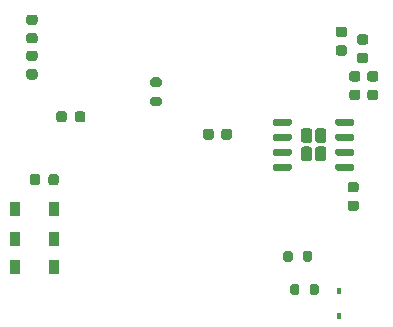
<source format=gbr>
G04 #@! TF.GenerationSoftware,KiCad,Pcbnew,5.1.8-1.fc33*
G04 #@! TF.CreationDate,2020-12-20T15:22:41+01:00*
G04 #@! TF.ProjectId,venom,76656e6f-6d2e-46b6-9963-61645f706362,rev?*
G04 #@! TF.SameCoordinates,Original*
G04 #@! TF.FileFunction,Paste,Bot*
G04 #@! TF.FilePolarity,Positive*
%FSLAX46Y46*%
G04 Gerber Fmt 4.6, Leading zero omitted, Abs format (unit mm)*
G04 Created by KiCad (PCBNEW 5.1.8-1.fc33) date 2020-12-20 15:22:41*
%MOMM*%
%LPD*%
G01*
G04 APERTURE LIST*
%ADD10R,0.900000X1.200000*%
%ADD11R,0.450000X0.600000*%
G04 APERTURE END LIST*
G36*
G01*
X147825000Y-118336250D02*
X147825000Y-117823750D01*
G75*
G02*
X148043750Y-117605000I218750J0D01*
G01*
X148481250Y-117605000D01*
G75*
G02*
X148700000Y-117823750I0J-218750D01*
G01*
X148700000Y-118336250D01*
G75*
G02*
X148481250Y-118555000I-218750J0D01*
G01*
X148043750Y-118555000D01*
G75*
G02*
X147825000Y-118336250I0J218750D01*
G01*
G37*
G36*
G01*
X149400000Y-118336250D02*
X149400000Y-117823750D01*
G75*
G02*
X149618750Y-117605000I218750J0D01*
G01*
X150056250Y-117605000D01*
G75*
G02*
X150275000Y-117823750I0J-218750D01*
G01*
X150275000Y-118336250D01*
G75*
G02*
X150056250Y-118555000I-218750J0D01*
G01*
X149618750Y-118555000D01*
G75*
G02*
X149400000Y-118336250I0J218750D01*
G01*
G37*
D10*
X146540000Y-123070000D03*
X149840000Y-123070000D03*
X146540000Y-125450000D03*
X149840000Y-125450000D03*
X146550000Y-120560000D03*
X149850000Y-120560000D03*
G36*
G01*
X147743750Y-105670000D02*
X148256250Y-105670000D01*
G75*
G02*
X148475000Y-105888750I0J-218750D01*
G01*
X148475000Y-106326250D01*
G75*
G02*
X148256250Y-106545000I-218750J0D01*
G01*
X147743750Y-106545000D01*
G75*
G02*
X147525000Y-106326250I0J218750D01*
G01*
X147525000Y-105888750D01*
G75*
G02*
X147743750Y-105670000I218750J0D01*
G01*
G37*
G36*
G01*
X147743750Y-104095000D02*
X148256250Y-104095000D01*
G75*
G02*
X148475000Y-104313750I0J-218750D01*
G01*
X148475000Y-104751250D01*
G75*
G02*
X148256250Y-104970000I-218750J0D01*
G01*
X147743750Y-104970000D01*
G75*
G02*
X147525000Y-104751250I0J218750D01*
G01*
X147525000Y-104313750D01*
G75*
G02*
X147743750Y-104095000I218750J0D01*
G01*
G37*
G36*
G01*
X147743750Y-107155000D02*
X148256250Y-107155000D01*
G75*
G02*
X148475000Y-107373750I0J-218750D01*
G01*
X148475000Y-107811250D01*
G75*
G02*
X148256250Y-108030000I-218750J0D01*
G01*
X147743750Y-108030000D01*
G75*
G02*
X147525000Y-107811250I0J218750D01*
G01*
X147525000Y-107373750D01*
G75*
G02*
X147743750Y-107155000I218750J0D01*
G01*
G37*
G36*
G01*
X147743750Y-108730000D02*
X148256250Y-108730000D01*
G75*
G02*
X148475000Y-108948750I0J-218750D01*
G01*
X148475000Y-109386250D01*
G75*
G02*
X148256250Y-109605000I-218750J0D01*
G01*
X147743750Y-109605000D01*
G75*
G02*
X147525000Y-109386250I0J218750D01*
G01*
X147525000Y-108948750D01*
G75*
G02*
X147743750Y-108730000I218750J0D01*
G01*
G37*
G36*
G01*
X175083750Y-108895000D02*
X175596250Y-108895000D01*
G75*
G02*
X175815000Y-109113750I0J-218750D01*
G01*
X175815000Y-109551250D01*
G75*
G02*
X175596250Y-109770000I-218750J0D01*
G01*
X175083750Y-109770000D01*
G75*
G02*
X174865000Y-109551250I0J218750D01*
G01*
X174865000Y-109113750D01*
G75*
G02*
X175083750Y-108895000I218750J0D01*
G01*
G37*
G36*
G01*
X175083750Y-110470000D02*
X175596250Y-110470000D01*
G75*
G02*
X175815000Y-110688750I0J-218750D01*
G01*
X175815000Y-111126250D01*
G75*
G02*
X175596250Y-111345000I-218750J0D01*
G01*
X175083750Y-111345000D01*
G75*
G02*
X174865000Y-111126250I0J218750D01*
G01*
X174865000Y-110688750D01*
G75*
G02*
X175083750Y-110470000I218750J0D01*
G01*
G37*
G36*
G01*
X176603750Y-110470000D02*
X177116250Y-110470000D01*
G75*
G02*
X177335000Y-110688750I0J-218750D01*
G01*
X177335000Y-111126250D01*
G75*
G02*
X177116250Y-111345000I-218750J0D01*
G01*
X176603750Y-111345000D01*
G75*
G02*
X176385000Y-111126250I0J218750D01*
G01*
X176385000Y-110688750D01*
G75*
G02*
X176603750Y-110470000I218750J0D01*
G01*
G37*
G36*
G01*
X176603750Y-108895000D02*
X177116250Y-108895000D01*
G75*
G02*
X177335000Y-109113750I0J-218750D01*
G01*
X177335000Y-109551250D01*
G75*
G02*
X177116250Y-109770000I-218750J0D01*
G01*
X176603750Y-109770000D01*
G75*
G02*
X176385000Y-109551250I0J218750D01*
G01*
X176385000Y-109113750D01*
G75*
G02*
X176603750Y-108895000I218750J0D01*
G01*
G37*
G36*
G01*
X170765000Y-116277500D02*
X170765000Y-115512500D01*
G75*
G02*
X171007500Y-115270000I242500J0D01*
G01*
X171492500Y-115270000D01*
G75*
G02*
X171735000Y-115512500I0J-242500D01*
G01*
X171735000Y-116277500D01*
G75*
G02*
X171492500Y-116520000I-242500J0D01*
G01*
X171007500Y-116520000D01*
G75*
G02*
X170765000Y-116277500I0J242500D01*
G01*
G37*
G36*
G01*
X170765000Y-114727500D02*
X170765000Y-113962500D01*
G75*
G02*
X171007500Y-113720000I242500J0D01*
G01*
X171492500Y-113720000D01*
G75*
G02*
X171735000Y-113962500I0J-242500D01*
G01*
X171735000Y-114727500D01*
G75*
G02*
X171492500Y-114970000I-242500J0D01*
G01*
X171007500Y-114970000D01*
G75*
G02*
X170765000Y-114727500I0J242500D01*
G01*
G37*
G36*
G01*
X171965000Y-116277500D02*
X171965000Y-115512500D01*
G75*
G02*
X172207500Y-115270000I242500J0D01*
G01*
X172692500Y-115270000D01*
G75*
G02*
X172935000Y-115512500I0J-242500D01*
G01*
X172935000Y-116277500D01*
G75*
G02*
X172692500Y-116520000I-242500J0D01*
G01*
X172207500Y-116520000D01*
G75*
G02*
X171965000Y-116277500I0J242500D01*
G01*
G37*
G36*
G01*
X171965000Y-114727500D02*
X171965000Y-113962500D01*
G75*
G02*
X172207500Y-113720000I242500J0D01*
G01*
X172692500Y-113720000D01*
G75*
G02*
X172935000Y-113962500I0J-242500D01*
G01*
X172935000Y-114727500D01*
G75*
G02*
X172692500Y-114970000I-242500J0D01*
G01*
X172207500Y-114970000D01*
G75*
G02*
X171965000Y-114727500I0J242500D01*
G01*
G37*
G36*
G01*
X168400000Y-117175000D02*
X168400000Y-116875000D01*
G75*
G02*
X168550000Y-116725000I150000J0D01*
G01*
X169850000Y-116725000D01*
G75*
G02*
X170000000Y-116875000I0J-150000D01*
G01*
X170000000Y-117175000D01*
G75*
G02*
X169850000Y-117325000I-150000J0D01*
G01*
X168550000Y-117325000D01*
G75*
G02*
X168400000Y-117175000I0J150000D01*
G01*
G37*
G36*
G01*
X168400000Y-115905000D02*
X168400000Y-115605000D01*
G75*
G02*
X168550000Y-115455000I150000J0D01*
G01*
X169850000Y-115455000D01*
G75*
G02*
X170000000Y-115605000I0J-150000D01*
G01*
X170000000Y-115905000D01*
G75*
G02*
X169850000Y-116055000I-150000J0D01*
G01*
X168550000Y-116055000D01*
G75*
G02*
X168400000Y-115905000I0J150000D01*
G01*
G37*
G36*
G01*
X168400000Y-114635000D02*
X168400000Y-114335000D01*
G75*
G02*
X168550000Y-114185000I150000J0D01*
G01*
X169850000Y-114185000D01*
G75*
G02*
X170000000Y-114335000I0J-150000D01*
G01*
X170000000Y-114635000D01*
G75*
G02*
X169850000Y-114785000I-150000J0D01*
G01*
X168550000Y-114785000D01*
G75*
G02*
X168400000Y-114635000I0J150000D01*
G01*
G37*
G36*
G01*
X168400000Y-113365000D02*
X168400000Y-113065000D01*
G75*
G02*
X168550000Y-112915000I150000J0D01*
G01*
X169850000Y-112915000D01*
G75*
G02*
X170000000Y-113065000I0J-150000D01*
G01*
X170000000Y-113365000D01*
G75*
G02*
X169850000Y-113515000I-150000J0D01*
G01*
X168550000Y-113515000D01*
G75*
G02*
X168400000Y-113365000I0J150000D01*
G01*
G37*
G36*
G01*
X173700000Y-113365000D02*
X173700000Y-113065000D01*
G75*
G02*
X173850000Y-112915000I150000J0D01*
G01*
X175150000Y-112915000D01*
G75*
G02*
X175300000Y-113065000I0J-150000D01*
G01*
X175300000Y-113365000D01*
G75*
G02*
X175150000Y-113515000I-150000J0D01*
G01*
X173850000Y-113515000D01*
G75*
G02*
X173700000Y-113365000I0J150000D01*
G01*
G37*
G36*
G01*
X173700000Y-114635000D02*
X173700000Y-114335000D01*
G75*
G02*
X173850000Y-114185000I150000J0D01*
G01*
X175150000Y-114185000D01*
G75*
G02*
X175300000Y-114335000I0J-150000D01*
G01*
X175300000Y-114635000D01*
G75*
G02*
X175150000Y-114785000I-150000J0D01*
G01*
X173850000Y-114785000D01*
G75*
G02*
X173700000Y-114635000I0J150000D01*
G01*
G37*
G36*
G01*
X173700000Y-115905000D02*
X173700000Y-115605000D01*
G75*
G02*
X173850000Y-115455000I150000J0D01*
G01*
X175150000Y-115455000D01*
G75*
G02*
X175300000Y-115605000I0J-150000D01*
G01*
X175300000Y-115905000D01*
G75*
G02*
X175150000Y-116055000I-150000J0D01*
G01*
X173850000Y-116055000D01*
G75*
G02*
X173700000Y-115905000I0J150000D01*
G01*
G37*
G36*
G01*
X173700000Y-117175000D02*
X173700000Y-116875000D01*
G75*
G02*
X173850000Y-116725000I150000J0D01*
G01*
X175150000Y-116725000D01*
G75*
G02*
X175300000Y-116875000I0J-150000D01*
G01*
X175300000Y-117175000D01*
G75*
G02*
X175150000Y-117325000I-150000J0D01*
G01*
X173850000Y-117325000D01*
G75*
G02*
X173700000Y-117175000I0J150000D01*
G01*
G37*
G36*
G01*
X174943750Y-118275000D02*
X175456250Y-118275000D01*
G75*
G02*
X175675000Y-118493750I0J-218750D01*
G01*
X175675000Y-118931250D01*
G75*
G02*
X175456250Y-119150000I-218750J0D01*
G01*
X174943750Y-119150000D01*
G75*
G02*
X174725000Y-118931250I0J218750D01*
G01*
X174725000Y-118493750D01*
G75*
G02*
X174943750Y-118275000I218750J0D01*
G01*
G37*
G36*
G01*
X174943750Y-119850000D02*
X175456250Y-119850000D01*
G75*
G02*
X175675000Y-120068750I0J-218750D01*
G01*
X175675000Y-120506250D01*
G75*
G02*
X175456250Y-120725000I-218750J0D01*
G01*
X174943750Y-120725000D01*
G75*
G02*
X174725000Y-120506250I0J218750D01*
G01*
X174725000Y-120068750D01*
G75*
G02*
X174943750Y-119850000I218750J0D01*
G01*
G37*
G36*
G01*
X174456250Y-106000000D02*
X173943750Y-106000000D01*
G75*
G02*
X173725000Y-105781250I0J218750D01*
G01*
X173725000Y-105343750D01*
G75*
G02*
X173943750Y-105125000I218750J0D01*
G01*
X174456250Y-105125000D01*
G75*
G02*
X174675000Y-105343750I0J-218750D01*
G01*
X174675000Y-105781250D01*
G75*
G02*
X174456250Y-106000000I-218750J0D01*
G01*
G37*
G36*
G01*
X174456250Y-107575000D02*
X173943750Y-107575000D01*
G75*
G02*
X173725000Y-107356250I0J218750D01*
G01*
X173725000Y-106918750D01*
G75*
G02*
X173943750Y-106700000I218750J0D01*
G01*
X174456250Y-106700000D01*
G75*
G02*
X174675000Y-106918750I0J-218750D01*
G01*
X174675000Y-107356250D01*
G75*
G02*
X174456250Y-107575000I-218750J0D01*
G01*
G37*
G36*
G01*
X176256250Y-108225000D02*
X175743750Y-108225000D01*
G75*
G02*
X175525000Y-108006250I0J218750D01*
G01*
X175525000Y-107568750D01*
G75*
G02*
X175743750Y-107350000I218750J0D01*
G01*
X176256250Y-107350000D01*
G75*
G02*
X176475000Y-107568750I0J-218750D01*
G01*
X176475000Y-108006250D01*
G75*
G02*
X176256250Y-108225000I-218750J0D01*
G01*
G37*
G36*
G01*
X176256250Y-106650000D02*
X175743750Y-106650000D01*
G75*
G02*
X175525000Y-106431250I0J218750D01*
G01*
X175525000Y-105993750D01*
G75*
G02*
X175743750Y-105775000I218750J0D01*
G01*
X176256250Y-105775000D01*
G75*
G02*
X176475000Y-105993750I0J-218750D01*
G01*
X176475000Y-106431250D01*
G75*
G02*
X176256250Y-106650000I-218750J0D01*
G01*
G37*
G36*
G01*
X152515000Y-112503750D02*
X152515000Y-113016250D01*
G75*
G02*
X152296250Y-113235000I-218750J0D01*
G01*
X151858750Y-113235000D01*
G75*
G02*
X151640000Y-113016250I0J218750D01*
G01*
X151640000Y-112503750D01*
G75*
G02*
X151858750Y-112285000I218750J0D01*
G01*
X152296250Y-112285000D01*
G75*
G02*
X152515000Y-112503750I0J-218750D01*
G01*
G37*
G36*
G01*
X150940000Y-112503750D02*
X150940000Y-113016250D01*
G75*
G02*
X150721250Y-113235000I-218750J0D01*
G01*
X150283750Y-113235000D01*
G75*
G02*
X150065000Y-113016250I0J218750D01*
G01*
X150065000Y-112503750D01*
G75*
G02*
X150283750Y-112285000I218750J0D01*
G01*
X150721250Y-112285000D01*
G75*
G02*
X150940000Y-112503750I0J-218750D01*
G01*
G37*
G36*
G01*
X162485620Y-114489040D02*
X162485620Y-113989040D01*
G75*
G02*
X162710620Y-113764040I225000J0D01*
G01*
X163160620Y-113764040D01*
G75*
G02*
X163385620Y-113989040I0J-225000D01*
G01*
X163385620Y-114489040D01*
G75*
G02*
X163160620Y-114714040I-225000J0D01*
G01*
X162710620Y-114714040D01*
G75*
G02*
X162485620Y-114489040I0J225000D01*
G01*
G37*
G36*
G01*
X164035620Y-114489040D02*
X164035620Y-113989040D01*
G75*
G02*
X164260620Y-113764040I225000J0D01*
G01*
X164710620Y-113764040D01*
G75*
G02*
X164935620Y-113989040I0J-225000D01*
G01*
X164935620Y-114489040D01*
G75*
G02*
X164710620Y-114714040I-225000J0D01*
G01*
X164260620Y-114714040D01*
G75*
G02*
X164035620Y-114489040I0J225000D01*
G01*
G37*
D11*
X173982380Y-127491780D03*
X173982380Y-129591780D03*
G36*
G01*
X170654160Y-127088220D02*
X170654160Y-127638220D01*
G75*
G02*
X170454160Y-127838220I-200000J0D01*
G01*
X170054160Y-127838220D01*
G75*
G02*
X169854160Y-127638220I0J200000D01*
G01*
X169854160Y-127088220D01*
G75*
G02*
X170054160Y-126888220I200000J0D01*
G01*
X170454160Y-126888220D01*
G75*
G02*
X170654160Y-127088220I0J-200000D01*
G01*
G37*
G36*
G01*
X172304160Y-127088220D02*
X172304160Y-127638220D01*
G75*
G02*
X172104160Y-127838220I-200000J0D01*
G01*
X171704160Y-127838220D01*
G75*
G02*
X171504160Y-127638220I0J200000D01*
G01*
X171504160Y-127088220D01*
G75*
G02*
X171704160Y-126888220I200000J0D01*
G01*
X172104160Y-126888220D01*
G75*
G02*
X172304160Y-127088220I0J-200000D01*
G01*
G37*
G36*
G01*
X169269960Y-124834060D02*
X169269960Y-124284060D01*
G75*
G02*
X169469960Y-124084060I200000J0D01*
G01*
X169869960Y-124084060D01*
G75*
G02*
X170069960Y-124284060I0J-200000D01*
G01*
X170069960Y-124834060D01*
G75*
G02*
X169869960Y-125034060I-200000J0D01*
G01*
X169469960Y-125034060D01*
G75*
G02*
X169269960Y-124834060I0J200000D01*
G01*
G37*
G36*
G01*
X170919960Y-124834060D02*
X170919960Y-124284060D01*
G75*
G02*
X171119960Y-124084060I200000J0D01*
G01*
X171519960Y-124084060D01*
G75*
G02*
X171719960Y-124284060I0J-200000D01*
G01*
X171719960Y-124834060D01*
G75*
G02*
X171519960Y-125034060I-200000J0D01*
G01*
X171119960Y-125034060D01*
G75*
G02*
X170919960Y-124834060I0J200000D01*
G01*
G37*
G36*
G01*
X158221000Y-109427560D02*
X158771000Y-109427560D01*
G75*
G02*
X158971000Y-109627560I0J-200000D01*
G01*
X158971000Y-110027560D01*
G75*
G02*
X158771000Y-110227560I-200000J0D01*
G01*
X158221000Y-110227560D01*
G75*
G02*
X158021000Y-110027560I0J200000D01*
G01*
X158021000Y-109627560D01*
G75*
G02*
X158221000Y-109427560I200000J0D01*
G01*
G37*
G36*
G01*
X158221000Y-111077560D02*
X158771000Y-111077560D01*
G75*
G02*
X158971000Y-111277560I0J-200000D01*
G01*
X158971000Y-111677560D01*
G75*
G02*
X158771000Y-111877560I-200000J0D01*
G01*
X158221000Y-111877560D01*
G75*
G02*
X158021000Y-111677560I0J200000D01*
G01*
X158021000Y-111277560D01*
G75*
G02*
X158221000Y-111077560I200000J0D01*
G01*
G37*
M02*

</source>
